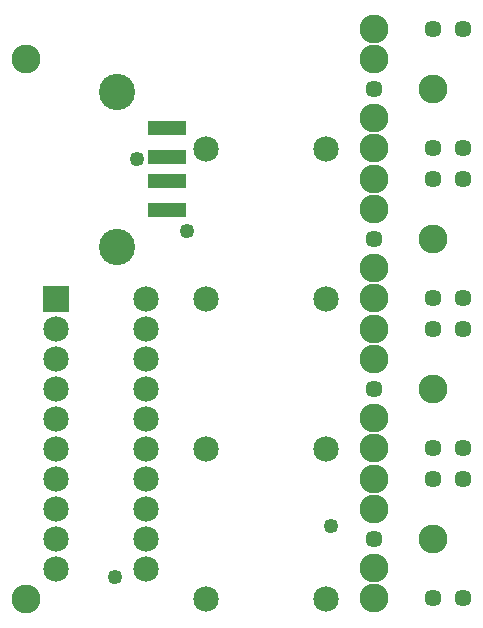
<source format=gts>
G04 MADE WITH FRITZING*
G04 WWW.FRITZING.ORG*
G04 DOUBLE SIDED*
G04 HOLES PLATED*
G04 CONTOUR ON CENTER OF CONTOUR VECTOR*
%ASAXBY*%
%FSLAX23Y23*%
%MOIN*%
%OFA0B0*%
%SFA1.0B1.0*%
%ADD10C,0.049370*%
%ADD11C,0.085000*%
%ADD12C,0.121000*%
%ADD13C,0.096000*%
%ADD14C,0.057244*%
%ADD15C,0.096614*%
%ADD16R,0.085000X0.085000*%
%ADD17R,0.128110X0.045433*%
%LNMASK1*%
G90*
G70*
G54D10*
X468Y1561D03*
X636Y1321D03*
X1116Y337D03*
X396Y169D03*
G54D11*
X198Y1096D03*
X498Y1096D03*
X198Y996D03*
X498Y996D03*
X198Y896D03*
X498Y896D03*
X198Y796D03*
X498Y796D03*
X198Y696D03*
X498Y696D03*
X198Y596D03*
X498Y596D03*
X198Y496D03*
X498Y496D03*
X198Y396D03*
X498Y396D03*
X198Y296D03*
X498Y296D03*
X198Y196D03*
X498Y196D03*
G54D12*
X403Y1269D03*
X403Y1786D03*
X403Y1269D03*
X403Y1786D03*
G54D13*
X1456Y1796D03*
X1259Y1697D03*
X1259Y1599D03*
X1259Y1894D03*
X1259Y1993D03*
G54D14*
X1456Y1599D03*
X1554Y1599D03*
X1554Y1993D03*
X1456Y1993D03*
X1259Y1796D03*
G54D13*
X1456Y1796D03*
X1259Y1697D03*
X1259Y1599D03*
X1259Y1894D03*
X1259Y1993D03*
G54D14*
X1456Y1599D03*
X1554Y1599D03*
X1554Y1993D03*
X1456Y1993D03*
X1259Y1796D03*
G54D13*
X1456Y1296D03*
X1259Y1197D03*
X1259Y1099D03*
X1259Y1394D03*
X1259Y1493D03*
G54D14*
X1456Y1099D03*
X1554Y1099D03*
X1554Y1493D03*
X1456Y1493D03*
X1259Y1296D03*
G54D13*
X1456Y1296D03*
X1259Y1197D03*
X1259Y1099D03*
X1259Y1394D03*
X1259Y1493D03*
G54D14*
X1456Y1099D03*
X1554Y1099D03*
X1554Y1493D03*
X1456Y1493D03*
X1259Y1296D03*
G54D13*
X1456Y796D03*
X1259Y697D03*
X1259Y599D03*
X1259Y894D03*
X1259Y993D03*
G54D14*
X1456Y599D03*
X1554Y599D03*
X1554Y993D03*
X1456Y993D03*
X1259Y796D03*
G54D13*
X1456Y796D03*
X1259Y697D03*
X1259Y599D03*
X1259Y894D03*
X1259Y993D03*
G54D14*
X1456Y599D03*
X1554Y599D03*
X1554Y993D03*
X1456Y993D03*
X1259Y796D03*
G54D13*
X1456Y296D03*
X1259Y197D03*
X1259Y99D03*
X1259Y394D03*
X1259Y493D03*
G54D14*
X1456Y99D03*
X1554Y99D03*
X1554Y493D03*
X1456Y493D03*
X1259Y296D03*
G54D13*
X1456Y296D03*
X1259Y197D03*
X1259Y99D03*
X1259Y394D03*
X1259Y493D03*
G54D14*
X1456Y99D03*
X1554Y99D03*
X1554Y493D03*
X1456Y493D03*
X1259Y296D03*
G54D11*
X698Y1596D03*
X1098Y1596D03*
X698Y1096D03*
X1098Y1096D03*
X698Y596D03*
X1098Y596D03*
X698Y96D03*
X1098Y96D03*
G54D15*
X98Y1896D03*
X98Y96D03*
G54D16*
X198Y1096D03*
G54D17*
X569Y1567D03*
X569Y1665D03*
X569Y1488D03*
X569Y1390D03*
G04 End of Mask1*
M02*
</source>
